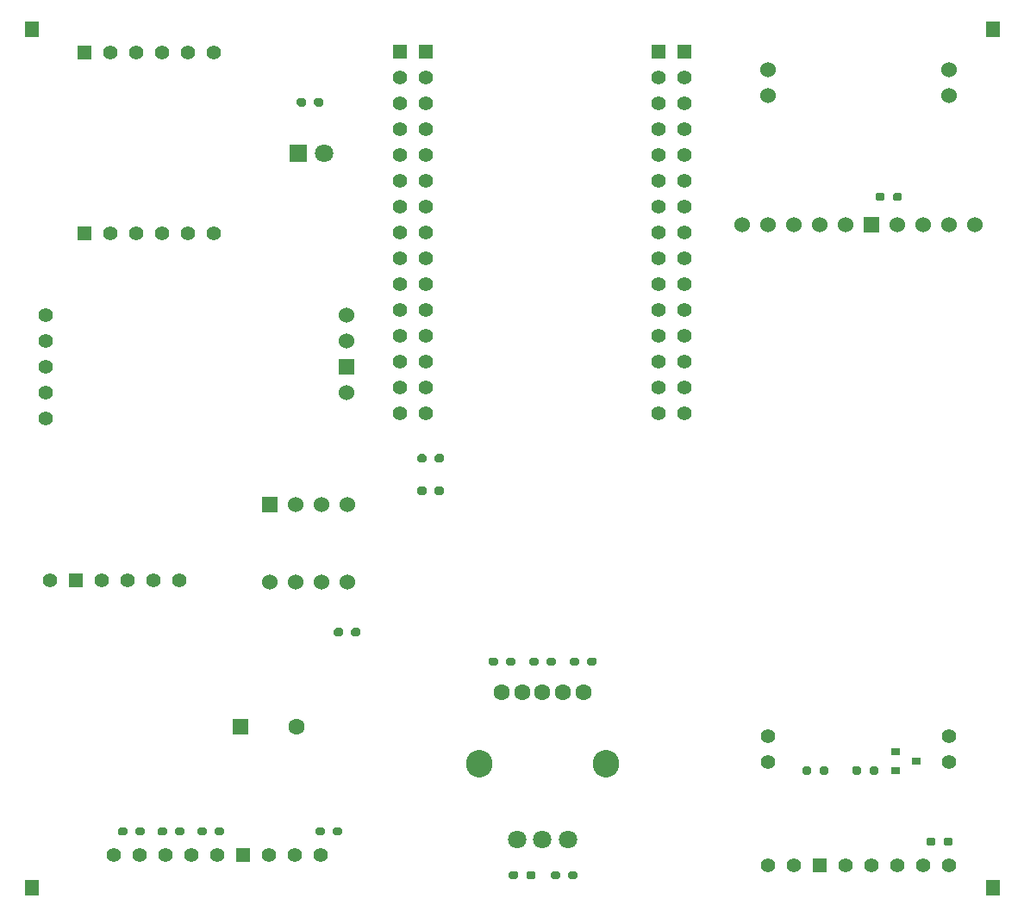
<source format=gts>
%TF.GenerationSoftware,KiCad,Pcbnew,(5.1.10-1-10_14)*%
%TF.CreationDate,2021-12-01T23:10:12+09:00*%
%TF.ProjectId,EB-ESP32,45422d45-5350-4333-922e-6b696361645f,V1.0*%
%TF.SameCoordinates,Original*%
%TF.FileFunction,Soldermask,Top*%
%TF.FilePolarity,Negative*%
%FSLAX46Y46*%
G04 Gerber Fmt 4.6, Leading zero omitted, Abs format (unit mm)*
G04 Created by KiCad (PCBNEW (5.1.10-1-10_14)) date 2021-12-01 23:10:12*
%MOMM*%
%LPD*%
G01*
G04 APERTURE LIST*
%ADD10R,1.400000X1.524000*%
%ADD11R,1.600000X1.600000*%
%ADD12C,1.600000*%
%ADD13R,0.900000X0.800000*%
%ADD14C,1.800000*%
%ADD15R,1.800000X1.800000*%
%ADD16C,1.400000*%
%ADD17R,1.400000X1.400000*%
%ADD18O,2.600000X2.700000*%
%ADD19C,1.524000*%
%ADD20R,1.524000X1.524000*%
G04 APERTURE END LIST*
D10*
%TO.C,TP4*%
X-47200000Y-42200000D03*
%TD*%
%TO.C,TP3*%
X47200000Y-42200000D03*
%TD*%
%TO.C,TP2*%
X47200000Y42200000D03*
%TD*%
%TO.C,TP1*%
X-47200000Y42200000D03*
%TD*%
D11*
%TO.C,C1*%
X-26650000Y-26400000D03*
D12*
X-21150000Y-26400000D03*
%TD*%
%TO.C,R14*%
G36*
G01*
X-19300000Y-36900000D02*
X-19300000Y-36500000D01*
G75*
G02*
X-19100000Y-36300000I200000J0D01*
G01*
X-18600000Y-36300000D01*
G75*
G02*
X-18400000Y-36500000I0J-200000D01*
G01*
X-18400000Y-36900000D01*
G75*
G02*
X-18600000Y-37100000I-200000J0D01*
G01*
X-19100000Y-37100000D01*
G75*
G02*
X-19300000Y-36900000I0J200000D01*
G01*
G37*
G36*
G01*
X-17600000Y-36900000D02*
X-17600000Y-36500000D01*
G75*
G02*
X-17400000Y-36300000I200000J0D01*
G01*
X-16900000Y-36300000D01*
G75*
G02*
X-16700000Y-36500000I0J-200000D01*
G01*
X-16700000Y-36900000D01*
G75*
G02*
X-16900000Y-37100000I-200000J0D01*
G01*
X-17400000Y-37100000D01*
G75*
G02*
X-17600000Y-36900000I0J200000D01*
G01*
G37*
%TD*%
%TO.C,R13*%
G36*
G01*
X33400000Y-30900000D02*
X33400000Y-30500000D01*
G75*
G02*
X33600000Y-30300000I200000J0D01*
G01*
X34100000Y-30300000D01*
G75*
G02*
X34300000Y-30500000I0J-200000D01*
G01*
X34300000Y-30900000D01*
G75*
G02*
X34100000Y-31100000I-200000J0D01*
G01*
X33600000Y-31100000D01*
G75*
G02*
X33400000Y-30900000I0J200000D01*
G01*
G37*
G36*
G01*
X35100000Y-30900000D02*
X35100000Y-30500000D01*
G75*
G02*
X35300000Y-30300000I200000J0D01*
G01*
X35800000Y-30300000D01*
G75*
G02*
X36000000Y-30500000I0J-200000D01*
G01*
X36000000Y-30900000D01*
G75*
G02*
X35800000Y-31100000I-200000J0D01*
G01*
X35300000Y-31100000D01*
G75*
G02*
X35100000Y-30900000I0J200000D01*
G01*
G37*
%TD*%
%TO.C,R12*%
G36*
G01*
X28500000Y-30900000D02*
X28500000Y-30500000D01*
G75*
G02*
X28700000Y-30300000I200000J0D01*
G01*
X29200000Y-30300000D01*
G75*
G02*
X29400000Y-30500000I0J-200000D01*
G01*
X29400000Y-30900000D01*
G75*
G02*
X29200000Y-31100000I-200000J0D01*
G01*
X28700000Y-31100000D01*
G75*
G02*
X28500000Y-30900000I0J200000D01*
G01*
G37*
G36*
G01*
X30200000Y-30900000D02*
X30200000Y-30500000D01*
G75*
G02*
X30400000Y-30300000I200000J0D01*
G01*
X30900000Y-30300000D01*
G75*
G02*
X31100000Y-30500000I0J-200000D01*
G01*
X31100000Y-30900000D01*
G75*
G02*
X30900000Y-31100000I-200000J0D01*
G01*
X30400000Y-31100000D01*
G75*
G02*
X30200000Y-30900000I0J200000D01*
G01*
G37*
%TD*%
%TO.C,R11*%
G36*
G01*
X40700000Y-37900000D02*
X40700000Y-37500000D01*
G75*
G02*
X40900000Y-37300000I200000J0D01*
G01*
X41400000Y-37300000D01*
G75*
G02*
X41600000Y-37500000I0J-200000D01*
G01*
X41600000Y-37900000D01*
G75*
G02*
X41400000Y-38100000I-200000J0D01*
G01*
X40900000Y-38100000D01*
G75*
G02*
X40700000Y-37900000I0J200000D01*
G01*
G37*
G36*
G01*
X42400000Y-37900000D02*
X42400000Y-37500000D01*
G75*
G02*
X42600000Y-37300000I200000J0D01*
G01*
X43100000Y-37300000D01*
G75*
G02*
X43300000Y-37500000I0J-200000D01*
G01*
X43300000Y-37900000D01*
G75*
G02*
X43100000Y-38100000I-200000J0D01*
G01*
X42600000Y-38100000D01*
G75*
G02*
X42400000Y-37900000I0J200000D01*
G01*
G37*
%TD*%
%TO.C,R10*%
G36*
G01*
X5700000Y-20200000D02*
X5700000Y-19800000D01*
G75*
G02*
X5900000Y-19600000I200000J0D01*
G01*
X6400000Y-19600000D01*
G75*
G02*
X6600000Y-19800000I0J-200000D01*
G01*
X6600000Y-20200000D01*
G75*
G02*
X6400000Y-20400000I-200000J0D01*
G01*
X5900000Y-20400000D01*
G75*
G02*
X5700000Y-20200000I0J200000D01*
G01*
G37*
G36*
G01*
X7400000Y-20200000D02*
X7400000Y-19800000D01*
G75*
G02*
X7600000Y-19600000I200000J0D01*
G01*
X8100000Y-19600000D01*
G75*
G02*
X8300000Y-19800000I0J-200000D01*
G01*
X8300000Y-20200000D01*
G75*
G02*
X8100000Y-20400000I-200000J0D01*
G01*
X7600000Y-20400000D01*
G75*
G02*
X7400000Y-20200000I0J200000D01*
G01*
G37*
%TD*%
%TO.C,R9*%
G36*
G01*
X1700000Y-20200000D02*
X1700000Y-19800000D01*
G75*
G02*
X1900000Y-19600000I200000J0D01*
G01*
X2400000Y-19600000D01*
G75*
G02*
X2600000Y-19800000I0J-200000D01*
G01*
X2600000Y-20200000D01*
G75*
G02*
X2400000Y-20400000I-200000J0D01*
G01*
X1900000Y-20400000D01*
G75*
G02*
X1700000Y-20200000I0J200000D01*
G01*
G37*
G36*
G01*
X3400000Y-20200000D02*
X3400000Y-19800000D01*
G75*
G02*
X3600000Y-19600000I200000J0D01*
G01*
X4100000Y-19600000D01*
G75*
G02*
X4300000Y-19800000I0J-200000D01*
G01*
X4300000Y-20200000D01*
G75*
G02*
X4100000Y-20400000I-200000J0D01*
G01*
X3600000Y-20400000D01*
G75*
G02*
X3400000Y-20200000I0J200000D01*
G01*
G37*
%TD*%
%TO.C,R8*%
G36*
G01*
X-2300000Y-20200000D02*
X-2300000Y-19800000D01*
G75*
G02*
X-2100000Y-19600000I200000J0D01*
G01*
X-1600000Y-19600000D01*
G75*
G02*
X-1400000Y-19800000I0J-200000D01*
G01*
X-1400000Y-20200000D01*
G75*
G02*
X-1600000Y-20400000I-200000J0D01*
G01*
X-2100000Y-20400000D01*
G75*
G02*
X-2300000Y-20200000I0J200000D01*
G01*
G37*
G36*
G01*
X-600000Y-20200000D02*
X-600000Y-19800000D01*
G75*
G02*
X-400000Y-19600000I200000J0D01*
G01*
X100000Y-19600000D01*
G75*
G02*
X300000Y-19800000I0J-200000D01*
G01*
X300000Y-20200000D01*
G75*
G02*
X100000Y-20400000I-200000J0D01*
G01*
X-400000Y-20400000D01*
G75*
G02*
X-600000Y-20200000I0J200000D01*
G01*
G37*
%TD*%
%TO.C,R7*%
G36*
G01*
X6400000Y-40800000D02*
X6400000Y-41200000D01*
G75*
G02*
X6200000Y-41400000I-200000J0D01*
G01*
X5700000Y-41400000D01*
G75*
G02*
X5500000Y-41200000I0J200000D01*
G01*
X5500000Y-40800000D01*
G75*
G02*
X5700000Y-40600000I200000J0D01*
G01*
X6200000Y-40600000D01*
G75*
G02*
X6400000Y-40800000I0J-200000D01*
G01*
G37*
G36*
G01*
X4700000Y-40800000D02*
X4700000Y-41200000D01*
G75*
G02*
X4500000Y-41400000I-200000J0D01*
G01*
X4000000Y-41400000D01*
G75*
G02*
X3800000Y-41200000I0J200000D01*
G01*
X3800000Y-40800000D01*
G75*
G02*
X4000000Y-40600000I200000J0D01*
G01*
X4500000Y-40600000D01*
G75*
G02*
X4700000Y-40800000I0J-200000D01*
G01*
G37*
%TD*%
%TO.C,R6*%
G36*
G01*
X-300000Y-41200000D02*
X-300000Y-40800000D01*
G75*
G02*
X-100000Y-40600000I200000J0D01*
G01*
X400000Y-40600000D01*
G75*
G02*
X600000Y-40800000I0J-200000D01*
G01*
X600000Y-41200000D01*
G75*
G02*
X400000Y-41400000I-200000J0D01*
G01*
X-100000Y-41400000D01*
G75*
G02*
X-300000Y-41200000I0J200000D01*
G01*
G37*
G36*
G01*
X1400000Y-41200000D02*
X1400000Y-40800000D01*
G75*
G02*
X1600000Y-40600000I200000J0D01*
G01*
X2100000Y-40600000D01*
G75*
G02*
X2300000Y-40800000I0J-200000D01*
G01*
X2300000Y-41200000D01*
G75*
G02*
X2100000Y-41400000I-200000J0D01*
G01*
X1600000Y-41400000D01*
G75*
G02*
X1400000Y-41200000I0J200000D01*
G01*
G37*
%TD*%
%TO.C,R5*%
G36*
G01*
X-17500000Y-17300000D02*
X-17500000Y-16900000D01*
G75*
G02*
X-17300000Y-16700000I200000J0D01*
G01*
X-16800000Y-16700000D01*
G75*
G02*
X-16600000Y-16900000I0J-200000D01*
G01*
X-16600000Y-17300000D01*
G75*
G02*
X-16800000Y-17500000I-200000J0D01*
G01*
X-17300000Y-17500000D01*
G75*
G02*
X-17500000Y-17300000I0J200000D01*
G01*
G37*
G36*
G01*
X-15800000Y-17300000D02*
X-15800000Y-16900000D01*
G75*
G02*
X-15600000Y-16700000I200000J0D01*
G01*
X-15100000Y-16700000D01*
G75*
G02*
X-14900000Y-16900000I0J-200000D01*
G01*
X-14900000Y-17300000D01*
G75*
G02*
X-15100000Y-17500000I-200000J0D01*
G01*
X-15600000Y-17500000D01*
G75*
G02*
X-15800000Y-17300000I0J200000D01*
G01*
G37*
%TD*%
%TO.C,R4*%
G36*
G01*
X35700000Y25500000D02*
X35700000Y25900000D01*
G75*
G02*
X35900000Y26100000I200000J0D01*
G01*
X36400000Y26100000D01*
G75*
G02*
X36600000Y25900000I0J-200000D01*
G01*
X36600000Y25500000D01*
G75*
G02*
X36400000Y25300000I-200000J0D01*
G01*
X35900000Y25300000D01*
G75*
G02*
X35700000Y25500000I0J200000D01*
G01*
G37*
G36*
G01*
X37400000Y25500000D02*
X37400000Y25900000D01*
G75*
G02*
X37600000Y26100000I200000J0D01*
G01*
X38100000Y26100000D01*
G75*
G02*
X38300000Y25900000I0J-200000D01*
G01*
X38300000Y25500000D01*
G75*
G02*
X38100000Y25300000I-200000J0D01*
G01*
X37600000Y25300000D01*
G75*
G02*
X37400000Y25500000I0J200000D01*
G01*
G37*
%TD*%
%TO.C,R3*%
G36*
G01*
X-21150000Y34800000D02*
X-21150000Y35200000D01*
G75*
G02*
X-20950000Y35400000I200000J0D01*
G01*
X-20450000Y35400000D01*
G75*
G02*
X-20250000Y35200000I0J-200000D01*
G01*
X-20250000Y34800000D01*
G75*
G02*
X-20450000Y34600000I-200000J0D01*
G01*
X-20950000Y34600000D01*
G75*
G02*
X-21150000Y34800000I0J200000D01*
G01*
G37*
G36*
G01*
X-19450000Y34800000D02*
X-19450000Y35200000D01*
G75*
G02*
X-19250000Y35400000I200000J0D01*
G01*
X-18750000Y35400000D01*
G75*
G02*
X-18550000Y35200000I0J-200000D01*
G01*
X-18550000Y34800000D01*
G75*
G02*
X-18750000Y34600000I-200000J0D01*
G01*
X-19250000Y34600000D01*
G75*
G02*
X-19450000Y34800000I0J200000D01*
G01*
G37*
%TD*%
%TO.C,R2*%
G36*
G01*
X-9300000Y-3400000D02*
X-9300000Y-3000000D01*
G75*
G02*
X-9100000Y-2800000I200000J0D01*
G01*
X-8600000Y-2800000D01*
G75*
G02*
X-8400000Y-3000000I0J-200000D01*
G01*
X-8400000Y-3400000D01*
G75*
G02*
X-8600000Y-3600000I-200000J0D01*
G01*
X-9100000Y-3600000D01*
G75*
G02*
X-9300000Y-3400000I0J200000D01*
G01*
G37*
G36*
G01*
X-7600000Y-3400000D02*
X-7600000Y-3000000D01*
G75*
G02*
X-7400000Y-2800000I200000J0D01*
G01*
X-6900000Y-2800000D01*
G75*
G02*
X-6700000Y-3000000I0J-200000D01*
G01*
X-6700000Y-3400000D01*
G75*
G02*
X-6900000Y-3600000I-200000J0D01*
G01*
X-7400000Y-3600000D01*
G75*
G02*
X-7600000Y-3400000I0J200000D01*
G01*
G37*
%TD*%
%TO.C,R1*%
G36*
G01*
X-9300000Y-200000D02*
X-9300000Y200000D01*
G75*
G02*
X-9100000Y400000I200000J0D01*
G01*
X-8600000Y400000D01*
G75*
G02*
X-8400000Y200000I0J-200000D01*
G01*
X-8400000Y-200000D01*
G75*
G02*
X-8600000Y-400000I-200000J0D01*
G01*
X-9100000Y-400000D01*
G75*
G02*
X-9300000Y-200000I0J200000D01*
G01*
G37*
G36*
G01*
X-7600000Y-200000D02*
X-7600000Y200000D01*
G75*
G02*
X-7400000Y400000I200000J0D01*
G01*
X-6900000Y400000D01*
G75*
G02*
X-6700000Y200000I0J-200000D01*
G01*
X-6700000Y-200000D01*
G75*
G02*
X-6900000Y-400000I-200000J0D01*
G01*
X-7400000Y-400000D01*
G75*
G02*
X-7600000Y-200000I0J200000D01*
G01*
G37*
%TD*%
D13*
%TO.C,Q2*%
X39700000Y-29800000D03*
X37700000Y-30750000D03*
X37700000Y-28850000D03*
%TD*%
D14*
%TO.C,Q1*%
X-18460000Y30000000D03*
D15*
X-21000000Y30000000D03*
%TD*%
D16*
%TO.C,J9*%
X-18840000Y-39000000D03*
X-21380000Y-39000000D03*
X-23920000Y-39000000D03*
D17*
X-26460000Y-39000000D03*
D16*
X-29000000Y-39000000D03*
X-31540000Y-39000000D03*
X-34080000Y-39000000D03*
X-36620000Y-39000000D03*
X-39160000Y-39000000D03*
%TD*%
%TO.C,J8*%
X25110000Y-27300000D03*
X25110000Y-29840000D03*
X42890000Y-27300000D03*
X42890000Y-29840000D03*
X42890000Y-40000000D03*
X40350000Y-40000000D03*
X37810000Y-40000000D03*
X35270000Y-40000000D03*
X32730000Y-40000000D03*
D17*
X30190000Y-40000000D03*
D16*
X27650000Y-40000000D03*
X25110000Y-40000000D03*
%TD*%
D18*
%TO.C,J7*%
X9200000Y-30000000D03*
X-3200000Y-30000000D03*
D14*
X5500000Y-37500000D03*
X3000000Y-37500000D03*
X500000Y-37500000D03*
D12*
X7000000Y-23000000D03*
X5000000Y-23000000D03*
X3000000Y-23000000D03*
X1000000Y-23000000D03*
X-1000000Y-23000000D03*
%TD*%
D19*
%TO.C,J6*%
X-16230000Y14080000D03*
X-16230000Y11540000D03*
D20*
X-16230000Y9000000D03*
D19*
X-16230000Y6460000D03*
D16*
X-45770000Y3920000D03*
X-45770000Y6460000D03*
X-45770000Y9000000D03*
X-45770000Y11540000D03*
X-45770000Y14080000D03*
%TD*%
%TO.C,J5*%
X16970000Y4440000D03*
X16970000Y9520000D03*
X16970000Y12060000D03*
X16970000Y14600000D03*
X16970000Y17140000D03*
X16970000Y19680000D03*
X16970000Y22220000D03*
X16970000Y24760000D03*
X16970000Y27300000D03*
X16970000Y29840000D03*
X16970000Y32380000D03*
X16970000Y34920000D03*
X16970000Y37460000D03*
D17*
X16970000Y40000000D03*
D16*
X16970000Y6980000D03*
D17*
X-10970000Y40000000D03*
D16*
X-10970000Y29840000D03*
X-10970000Y24760000D03*
X-10970000Y4440000D03*
X-10970000Y34920000D03*
X-10970000Y37460000D03*
X-10970000Y12060000D03*
X-10970000Y9520000D03*
X-10970000Y6980000D03*
X-10970000Y32380000D03*
X-10970000Y27300000D03*
X-10970000Y22220000D03*
X-10970000Y19680000D03*
X-10970000Y17140000D03*
X-10970000Y14600000D03*
X14430000Y6980000D03*
D17*
X14430000Y40000000D03*
D16*
X14430000Y37460000D03*
X14430000Y34920000D03*
X14430000Y32380000D03*
X14430000Y29840000D03*
X14430000Y27300000D03*
X14430000Y24760000D03*
X14430000Y22220000D03*
X14430000Y19680000D03*
X14430000Y17140000D03*
X14430000Y14600000D03*
X14430000Y12060000D03*
X14430000Y9520000D03*
X14430000Y4440000D03*
X-8430000Y4440000D03*
X-8430000Y6980000D03*
X-8430000Y9520000D03*
X-8430000Y12060000D03*
X-8430000Y14600000D03*
X-8430000Y17140000D03*
X-8430000Y19680000D03*
X-8430000Y22220000D03*
X-8430000Y24760000D03*
X-8430000Y27300000D03*
X-8430000Y29840000D03*
X-8430000Y32380000D03*
X-8430000Y34920000D03*
X-8430000Y37460000D03*
D17*
X-8430000Y40000000D03*
%TD*%
%TO.C,J4*%
X-42000000Y39890000D03*
D16*
X-39460000Y39890000D03*
X-36920000Y39890000D03*
X-34380000Y39890000D03*
X-31840000Y39890000D03*
X-29300000Y39890000D03*
X-29300000Y22110000D03*
X-31840000Y22110000D03*
X-34380000Y22110000D03*
X-36920000Y22110000D03*
X-39460000Y22110000D03*
D17*
X-42000000Y22110000D03*
%TD*%
D19*
%TO.C,J3*%
X-16190000Y-12210000D03*
X-18730000Y-12210000D03*
X-21270000Y-12210000D03*
X-23810000Y-12210000D03*
D20*
X-23810000Y-4590000D03*
D19*
X-21270000Y-4590000D03*
X-18730000Y-4590000D03*
X-16190000Y-4590000D03*
%TD*%
D16*
%TO.C,J2*%
X-32650000Y-12000000D03*
X-35190000Y-12000000D03*
X-37730000Y-12000000D03*
X-40270000Y-12000000D03*
D17*
X-42810000Y-12000000D03*
D16*
X-45350000Y-12000000D03*
%TD*%
D19*
%TO.C,J1*%
X42890000Y38240000D03*
X42890000Y35700000D03*
X25110000Y38240000D03*
X25110000Y35700000D03*
X45430000Y23000000D03*
X42890000Y23000000D03*
X40350000Y23000000D03*
X37810000Y23000000D03*
D20*
X35270000Y23000000D03*
D19*
X32730000Y23000000D03*
X30190000Y23000000D03*
X27650000Y23000000D03*
X25110000Y23000000D03*
X22570000Y23000000D03*
%TD*%
%TO.C,C4*%
G36*
G01*
X-34800000Y-36900000D02*
X-34800000Y-36500000D01*
G75*
G02*
X-34600000Y-36300000I200000J0D01*
G01*
X-34100000Y-36300000D01*
G75*
G02*
X-33900000Y-36500000I0J-200000D01*
G01*
X-33900000Y-36900000D01*
G75*
G02*
X-34100000Y-37100000I-200000J0D01*
G01*
X-34600000Y-37100000D01*
G75*
G02*
X-34800000Y-36900000I0J200000D01*
G01*
G37*
G36*
G01*
X-33100000Y-36900000D02*
X-33100000Y-36500000D01*
G75*
G02*
X-32900000Y-36300000I200000J0D01*
G01*
X-32400000Y-36300000D01*
G75*
G02*
X-32200000Y-36500000I0J-200000D01*
G01*
X-32200000Y-36900000D01*
G75*
G02*
X-32400000Y-37100000I-200000J0D01*
G01*
X-32900000Y-37100000D01*
G75*
G02*
X-33100000Y-36900000I0J200000D01*
G01*
G37*
%TD*%
%TO.C,C3*%
G36*
G01*
X-38700000Y-36900000D02*
X-38700000Y-36500000D01*
G75*
G02*
X-38500000Y-36300000I200000J0D01*
G01*
X-38000000Y-36300000D01*
G75*
G02*
X-37800000Y-36500000I0J-200000D01*
G01*
X-37800000Y-36900000D01*
G75*
G02*
X-38000000Y-37100000I-200000J0D01*
G01*
X-38500000Y-37100000D01*
G75*
G02*
X-38700000Y-36900000I0J200000D01*
G01*
G37*
G36*
G01*
X-37000000Y-36900000D02*
X-37000000Y-36500000D01*
G75*
G02*
X-36800000Y-36300000I200000J0D01*
G01*
X-36300000Y-36300000D01*
G75*
G02*
X-36100000Y-36500000I0J-200000D01*
G01*
X-36100000Y-36900000D01*
G75*
G02*
X-36300000Y-37100000I-200000J0D01*
G01*
X-36800000Y-37100000D01*
G75*
G02*
X-37000000Y-36900000I0J200000D01*
G01*
G37*
%TD*%
%TO.C,C2*%
G36*
G01*
X-30900000Y-36900000D02*
X-30900000Y-36500000D01*
G75*
G02*
X-30700000Y-36300000I200000J0D01*
G01*
X-30200000Y-36300000D01*
G75*
G02*
X-30000000Y-36500000I0J-200000D01*
G01*
X-30000000Y-36900000D01*
G75*
G02*
X-30200000Y-37100000I-200000J0D01*
G01*
X-30700000Y-37100000D01*
G75*
G02*
X-30900000Y-36900000I0J200000D01*
G01*
G37*
G36*
G01*
X-29200000Y-36900000D02*
X-29200000Y-36500000D01*
G75*
G02*
X-29000000Y-36300000I200000J0D01*
G01*
X-28500000Y-36300000D01*
G75*
G02*
X-28300000Y-36500000I0J-200000D01*
G01*
X-28300000Y-36900000D01*
G75*
G02*
X-28500000Y-37100000I-200000J0D01*
G01*
X-29000000Y-37100000D01*
G75*
G02*
X-29200000Y-36900000I0J200000D01*
G01*
G37*
%TD*%
M02*

</source>
